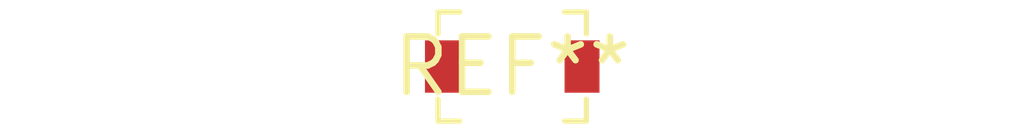
<source format=kicad_pcb>
(kicad_pcb (version 20240108) (generator pcbnew)
  (layers (0 "F.Cu" signal) (31 "B.Cu" signal) (34 "B.Paste" user) (35 "F.Paste" user) (36 "B.SilkS" user "B.Silkscreen") (37 "F.SilkS" user "F.Silkscreen") (38 "B.Mask" user) (39 "F.Mask" user) (44 "Edge.Cuts" user))
  (net 0 "")
  (footprint "C_Trimmer_Voltronics_JV" (layer "F.Cu") (at 0 0)
    (property "Reference" "REF**")
    (property "Value" "C_Trimmer_Voltronics_JV")
    (fp_line (start -1.7 -1.25) (end -1.7 -0.75) (layer "F.SilkS") (stroke (width 0.12)))
    (fp_line (start -1.7 -1.25) (end -1.2 -1.25) (layer "F.SilkS") (stroke (width 0.12)))
    (fp_line (start -1.7 1.25) (end -1.7 0.75) (layer "F.SilkS") (stroke (width 0.12)))
    (fp_line (start -1.7 1.25) (end -1.2 1.25) (layer "F.SilkS") (stroke (width 0.12)))
    (fp_line (start 1.7 -1.25) (end 1.2 -1.25) (layer "F.SilkS") (stroke (width 0.12)))
    (fp_line (start 1.7 -1.25) (end 1.7 -0.75) (layer "F.SilkS") (stroke (width 0.12)))
    (fp_line (start 1.7 1.25) (end 1.2 1.25) (layer "F.SilkS") (stroke (width 0.12)))
    (fp_line (start 1.7 1.25) (end 1.7 0.75) (layer "F.SilkS") (stroke (width 0.12)))
    (pad "1" smd rect (at -1.6 0) (size 0.8 1.2) (layers "F.Cu" "F.Paste" "F.Mask"))
    (pad "2" smd rect (at 1.6 0) (size 0.8 1.2) (layers "F.Cu" "F.Paste" "F.Mask"))
  )
)
</source>
